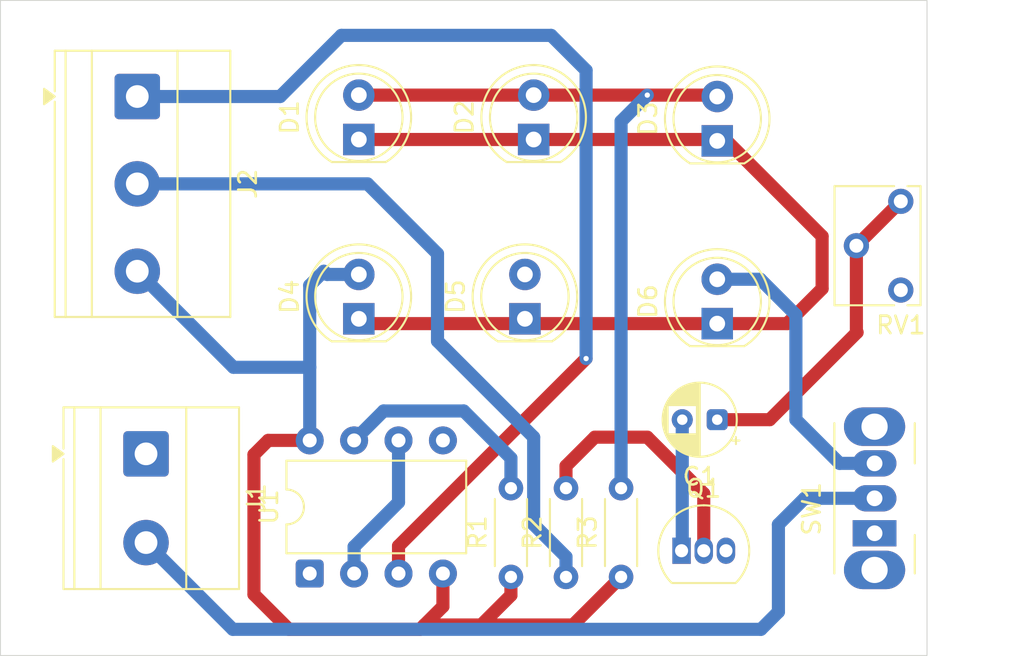
<source format=kicad_pcb>
(kicad_pcb (version 20241229) (generator "pcbnew") (generator_version "9.0")
  (layers (0 "F.Cu" signal) (2 "B.Cu" signal) (13 "F.Paste" user) (15 "B.Paste" user) (5 "F.SilkS" user "F.Silkscreen") (7 "B.SilkS" user "B.Silkscreen") (1 "F.Mask" user) (3 "B.Mask" user) (25 "Edge.Cuts" user))
  (net 0 "")
  (net 1 "GND")
  (net 2 "2,6")
  (net 3 "Net-(D1-A)")
  (net 4 "Net-(D1-K)")
  (net 5 "VCC")
  (net 6 "Net-(J1-Pin_2)")
  (net 7 "Net-(J2-Pin_1)")
  (net 8 "Net-(J2-Pin_2)")
  (net 9 "Net-(Q1-B)")
  (net 10 "7")
  (footprint "Button_Switch_THT:SW_Slide_SPDT_Angled_CK_OS102011MA1Q" (layer "F.Cu") (at 110.5 86 90)
    (property "Reference" "SW1" (at 1.4 -3.6 90) (layer "F.SilkS"))
    (property "Value" "SW_Push_SPDT")
    (fp_line (start -2.3 -2.3) (end 6.3 -2.3) (stroke (width 0.12)) (layer "F.SilkS"))
    (fp_line (start 4 2.3) (end 6.3 2.3) (stroke (width 0.12)) (layer "F.SilkS"))
    (fp_line (start -2.3 2.3) (end -0.1 2.3) (stroke (width 0.12)) (layer "F.SilkS"))
    (pad "" thru_hole oval (at -2.1 0 90) (size 2.2 3.5) (drill 1.5) (layers "*.Cu" "*.Mask"))
    (pad "" thru_hole oval (at 6.1 0 90) (size 2.2 3.5) (drill 1.5) (layers "*.Cu" "*.Mask"))
    (pad "1" thru_hole rect (at 0 0 90) (size 1.5 2.5) (drill 0.9) (layers "*.Cu" "*.Mask"))
    (pad "2" thru_hole oval (at 2 0 90) (size 1.5 2.5) (drill 0.9) (layers "*.Cu" "*.Mask") (net 6 "Net-(J1-Pin_2)"))
    (pad "3" thru_hole oval (at 4 0 90) (size 1.5 2.5) (drill 0.9) (layers "*.Cu" "*.Mask") (net 5 "VCC"))
  )
  (footprint "LED_THT:LED_D5.0mm" (layer "F.Cu") (at 101.5 74 90)
    (property "Reference" "D6" (at 1.27 -3.96 90) (layer "F.SilkS"))
    (property "Value" "LED")
    (fp_line (start -1.29 -1.545) (end -1.29 1.545) (stroke (width 0.12)) (layer "F.SilkS"))
    (fp_arc (start -1.29 -1.54483) (mid 2.071779 -2.880495) (end 4.26 0) (stroke (width 0.12)) (layer "F.SilkS"))
    (fp_arc (start 4.26 0) (mid 2.071779 2.880495) (end -1.29 1.54483) (stroke (width 0.12)) (layer "F.SilkS"))
    (fp_circle (center 1.27 0) (end 3.77 0) (stroke (width 0.12)) (fill no) (layer "F.SilkS"))
    (pad "1" thru_hole rect (at 0 0 90) (size 1.8 1.8) (drill 0.9) (layers "*.Cu" "*.Mask") (net 4 "Net-(D1-K)"))
    (pad "2" thru_hole circle (at 2.54 0 90) (size 1.8 1.8) (drill 0.9) (layers "*.Cu" "*.Mask") (net 5 "VCC"))
  )
  (footprint "TerminalBlock_Phoenix:TerminalBlock_Phoenix_MKDS-1,5-2-5.08_1x02_P5.08mm_Horizontal" (layer "F.Cu") (at 68.8275 81.455 -90)
    (property "Reference" "J1" (at 2.54 -6.32 90) (layer "F.SilkS"))
    (property "Value" "Screw_Terminal_01x02")
    (fp_line (start -2.66 4.72) (end -2.66 -5.32) (stroke (width 0.12)) (layer "F.SilkS"))
    (fp_line (start -0.3 4.72) (end -2.66 4.72) (stroke (width 0.12)) (layer "F.SilkS"))
    (fp_line (start 7.74 4.72) (end 0.3 4.72) (stroke (width 0.12)) (layer "F.SilkS"))
    (fp_line (start -2.66 4.1) (end 7.74 4.1) (stroke (width 0.12)) (layer "F.SilkS"))
    (fp_line (start -2.66 2.6) (end 7.74 2.6) (stroke (width 0.12)) (layer "F.SilkS"))
    (fp_line (start -2.66 -2.3) (end 7.74 -2.3) (stroke (width 0.12)) (layer "F.SilkS"))
    (fp_line (start -2.66 -5.32) (end 7.74 -5.32) (stroke (width 0.12)) (layer "F.SilkS"))
    (fp_line (start 7.74 -5.32) (end 7.74 4.72) (stroke (width 0.12)) (layer "F.SilkS"))
    (fp_poly (pts (xy 0 4.72) (xy 0.44 5.33) (xy -0.44 5.33)) (stroke (width 0.12)) (fill yes) (layer "F.SilkS"))
    (pad "1" thru_hole roundrect (at 0 0 270) (size 2.6 2.6) (drill 1.3) (layers "*.Cu" "*.Mask") (roundrect_rratio 0.096154) (net 1 "GND"))
    (pad "2" thru_hole circle (at 5.08 0 270) (size 2.6 2.6) (drill 1.3) (layers "*.Cu" "*.Mask") (net 6 "Net-(J1-Pin_2)"))
  )
  (footprint "Resistor_THT:R_Axial_DIN0204_L3.6mm_D1.6mm_P5.08mm_Horizontal" (layer "F.Cu") (at 89.7 88.5 90)
    (property "Reference" "R1" (at 2.54 -1.92 90) (layer "F.SilkS"))
    (property "Value" "R")
    (fp_line (start 0.62 -0.92) (end 4.46 -0.92) (stroke (width 0.12)) (layer "F.SilkS"))
    (fp_line (start 0.62 0.92) (end 4.46 0.92) (stroke (width 0.12)) (layer "F.SilkS"))
    (pad "1" thru_hole circle (at 0 0 90) (size 1.4 1.4) (drill 0.7) (layers "*.Cu" "*.Mask") (net 5 "VCC"))
    (pad "2" thru_hole circle (at 5.08 0 90) (size 1.4 1.4) (drill 0.7) (layers "*.Cu" "*.Mask") (net 10 "7"))
  )
  (footprint "Resistor_THT:R_Axial_DIN0204_L3.6mm_D1.6mm_P5.08mm_Horizontal" (layer "F.Cu") (at 92.85 88.5 90)
    (property "Reference" "R2" (at 2.54 -1.92 90) (layer "F.SilkS"))
    (property "Value" "R")
    (fp_line (start 0.62 -0.92) (end 4.46 -0.92) (stroke (width 0.12)) (layer "F.SilkS"))
    (fp_line (start 0.62 0.92) (end 4.46 0.92) (stroke (width 0.12)) (layer "F.SilkS"))
    (pad "1" thru_hole circle (at 0 0 90) (size 1.4 1.4) (drill 0.7) (layers "*.Cu" "*.Mask") (net 8 "Net-(J2-Pin_2)"))
    (pad "2" thru_hole circle (at 5.08 0 90) (size 1.4 1.4) (drill 0.7) (layers "*.Cu" "*.Mask") (net 9 "Net-(Q1-B)"))
  )
  (footprint "Potentiometer_THT:Potentiometer_Vishay_T73XX_Horizontal" (layer "F.Cu") (at 112 72.08 180)
    (property "Reference" "RV1" (at 0 -2.01 0) (layer "F.SilkS"))
    (property "Value" "R_Potentiometer")
    (fp_line (start 3.79 5.95) (end 0.382 5.95) (stroke (width 0.12)) (layer "F.SilkS"))
    (fp_line (start 3.79 -0.87) (end 3.79 5.95) (stroke (width 0.12)) (layer "F.SilkS"))
    (fp_line (start 0.382 -0.87) (end 3.79 -0.87) (stroke (width 0.12)) (layer "F.SilkS"))
    (fp_line (start -0.382 5.95) (end -1.13 5.95) (stroke (width 0.12)) (layer "F.SilkS"))
    (fp_line (start -1.13 5.95) (end -1.13 -0.87) (stroke (width 0.12)) (layer "F.SilkS"))
    (fp_line (start -1.13 -0.87) (end -0.382 -0.87) (stroke (width 0.12)) (layer "F.SilkS"))
    (pad "1" thru_hole circle (at 0 0 180) (size 1.44 1.44) (drill 0.8) (layers "*.Cu" "*.Mask") (net 10 "7"))
    (pad "2" thru_hole circle (at 2.54 2.54 180) (size 1.44 1.44) (drill 0.8) (layers "*.Cu" "*.Mask") (net 2 "2,6"))
    (pad "3" thru_hole circle (at 0 5.08 180) (size 1.44 1.44) (drill 0.8) (layers "*.Cu" "*.Mask") (net 2 "2,6"))
  )
  (footprint "LED_THT:LED_D5.0mm" (layer "F.Cu") (at 90.5 73.725 90)
    (property "Reference" "D5" (at 1.27 -3.96 90) (layer "F.SilkS"))
    (property "Value" "LED")
    (fp_line (start -1.29 -1.545) (end -1.29 1.545) (stroke (width 0.12)) (layer "F.SilkS"))
    (fp_arc (start -1.29 -1.54483) (mid 2.071779 -2.880495) (end 4.26 0) (stroke (width 0.12)) (layer "F.SilkS"))
    (fp_arc (start 4.26 0) (mid 2.071779 2.880495) (end -1.29 1.54483) (stroke (width 0.12)) (layer "F.SilkS"))
    (fp_circle (center 1.27 0) (end 3.77 0) (stroke (width 0.12)) (fill no) (layer "F.SilkS"))
    (pad "1" thru_hole rect (at 0 0 90) (size 1.8 1.8) (drill 0.9) (layers "*.Cu" "*.Mask") (net 4 "Net-(D1-K)"))
    (pad "2" thru_hole circle (at 2.54 0 90) (size 1.8 1.8) (drill 0.9) (layers "*.Cu" "*.Mask") (net 5 "VCC"))
  )
  (footprint "Package_TO_SOT_THT:TO-92_Inline" (layer "F.Cu") (at 99.46 87)
    (property "Reference" "Q1" (at 1.27 -3.56 0) (layer "F.SilkS"))
    (property "Value" "2N3904")
    (fp_line (start -0.53 1.85) (end 3.07 1.85) (stroke (width 0.12)) (layer "F.SilkS"))
    (fp_arc (start -0.568478 1.838478) (mid -1.132087 -0.994977) (end 1.27 -2.6) (stroke (width 0.12)) (layer "F.SilkS"))
    (fp_arc (start 1.27 -2.6) (mid 3.672087 -0.994977) (end 3.108478 1.838478) (stroke (width 0.12)) (layer "F.SilkS"))
    (pad "1" thru_hole rect (at 0 0) (size 1.05 1.5) (drill 0.75) (layers "*.Cu" "*.Mask") (net 1 "GND"))
    (pad "2" thru_hole oval (at 1.27 0) (size 1.05 1.5) (drill 0.75) (layers "*.Cu" "*.Mask") (net 9 "Net-(Q1-B)"))
    (pad "3" thru_hole oval (at 2.54 0) (size 1.05 1.5) (drill 0.75) (layers "*.Cu" "*.Mask") (net 4 "Net-(D1-K)"))
  )
  (footprint "Capacitor_THT:CP_Radial_D4.0mm_P2.00mm" (layer "F.Cu") (at 101.5 79.5 180)
    (property "Reference" "C1" (at 1 -3.25 0) (layer "F.SilkS"))
    (property "Value" "C_Polarized")
    (fp_line (start 3.08 -0.37) (end 3.08 0.37) (stroke (width 0.12)) (layer "F.SilkS"))
    (fp_line (start 3.04 -0.537) (end 3.04 0.537) (stroke (width 0.12)) (layer "F.SilkS"))
    (fp_line (start 3 -0.663) (end 3 0.663) (stroke (width 0.12)) (layer "F.SilkS"))
    (fp_line (start 2.96 -0.768) (end 2.96 0.768) (stroke (width 0.12)) (layer "F.SilkS"))
    (fp_line (start 2.92 -0.859) (end 2.92 0.859) (stroke (width 0.12)) (layer "F.SilkS"))
    (fp_line (start 2.88 -0.94) (end 2.88 0.94) (stroke (width 0.12)) (layer "F.SilkS"))
    (fp_line (start 2.84 -1.013) (end 2.84 1.013) (stroke (width 0.12)) (layer "F.SilkS"))
    (fp_line (start 2.8 0.84) (end 2.8 1.08) (stroke (width 0.12)) (layer "F.SilkS"))
    (fp_line (start 2.8 -1.08) (end 2.8 -0.84) (stroke (width 0.12)) (layer "F.SilkS"))
    (fp_line (start 2.76 0.84) (end 2.76 1.142) (stroke (width 0.12)) (layer "F.SilkS"))
    (fp_line (start 2.76 -1.142) (end 2.76 -0.84) (stroke (width 0.12)) (layer "F.SilkS"))
    (fp_line (start 2.72 0.84) (end 2.72 1.199) (stroke (width 0.12)) (layer "F.SilkS"))
    (fp_line (start 2.72 -1.199) (end 2.72 -0.84) (stroke (width 0.12)) (layer "F.SilkS"))
    (fp_line (start 2.68 0.84) (end 2.68 1.253) (stroke (width 0.12)) (layer "F.SilkS"))
    (fp_line (start 2.68 -1.253) (end 2.68 -0.84) (stroke (width 0.12)) (layer "F.SilkS"))
    (fp_line (start 2.64 0.84) (end 2.64 1.303) (stroke (width 0.12)) (layer "F.SilkS"))
    (fp_line (start 2.64 -1.303) (end 2.64 -0.84) (stroke (width 0.12)) (layer "F.SilkS"))
    (fp_line (start 2.6 0.84) (end 2.6 1.351) (stroke (width 0.12)) (layer "F.SilkS"))
    (fp_line (start 2.6 -1.351) (end 2.6 -0.84) (stroke (width 0.12)) (layer "F.SilkS"))
    (fp_line (start 2.56 0.84) (end 2.56 1.396) (stroke (width 0.12)) (layer "F.SilkS"))
    (fp_line (start 2.56 -1.396) (end 2.56 -0.84) (stroke (width 0.12)) (layer "F.SilkS"))
    (fp_line (start 2.52 0.84) (end 2.52 1.438) (stroke (width 0.12)) (layer "F.SilkS"))
    (fp_line (start 2.52 -1.438) (end 2.52 -0.84) (stroke (width 0.12)) (layer "F.SilkS"))
    (fp_line (start 2.48 0.84) (end 2.48 1.478) (stroke (width 0.12)) (layer "F.SilkS"))
    (fp_line (start 2.48 -1.478) (end 2.48 -0.84) (stroke (width 0.12)) (layer "F.SilkS"))
    (fp_line (start 2.44 0.84) (end 2.44 1.516) (stroke (width 0.12)) (layer "F.SilkS"))
    (fp_line (start 2.44 -1.516) (end 2.44 -0.84) (stroke (width 0.12)) (layer "F.SilkS"))
    (fp_line (start 2.4 0.84) (end 2.4 1.552) (stroke (width 0.12)) (layer "F.SilkS"))
    (fp_line (start 2.4 -1.552) (end 2.4 -0.84) (stroke (width 0.12)) (layer "F.SilkS"))
    (fp_line (start 2.36 0.84) (end 2.36 1.586) (stroke (width 0.12)) (layer "F.SilkS"))
    (fp_line (start 2.36 -1.586) (end 2.36 -0.84) (stroke (width 0.12)) (layer "F.SilkS"))
    (fp_line (start 2.32 0.84) (end 2.32 1.619) (stroke (width 0.12)) (layer "F.SilkS"))
    (fp_line (start 2.32 -1.619) (end 2.32 -0.84) (stroke (width 0.12)) (layer "F.SilkS"))
    (fp_line (start 2.28 0.84) (end 2.28 1.65) (stroke (width 0.12)) (layer "F.SilkS"))
    (fp_line (start 2.28 -1.65) (end 2.28 -0.84) (stroke (width 0.12)) (layer "F.SilkS"))
    (fp_line (start 2.24 0.84) (end 2.24 1.68) (stroke (width 0.12)) (layer "F.SilkS"))
    (fp_line (start 2.24 -1.68) (end 2.24 -0.84) (stroke (width 0.12)) (layer "F.SilkS"))
    (fp_line (start 2.2 0.84) (end 2.2 1.708) (stroke (width 0.12)) (layer "F.SilkS"))
    (fp_line (start 2.2 -1.708) (end 2.2 -0.84) (stroke (width 0.12)) (layer "F.SilkS"))
    (fp_line (start 2.16 0.84) (end 2.16 1.734) (stroke (width 0.12)) (layer "F.SilkS"))
    (fp_line (start 2.16 -1.734) (end 2.16 -0.84) (stroke (width 0.12)) (layer "F.SilkS"))
    (fp_line (start 2.12 0.84) (end 2.12 1.76) (stroke (width 0.12)) (layer "F.SilkS"))
    (fp_line (start 2.12 -1.76) (end 2.12 -0.84) (stroke (width 0.12)) (layer "F.SilkS"))
    (fp_line (start 2.08 0.84) (end 2.08 1.784) (stroke (width 0.12)) (layer "F.SilkS"))
    (fp_line (start 2.08 -1.784) (end 2.08 -0.84) (stroke (width 0.12)) (layer "F.SilkS"))
    (fp_line (start 2.04 0.84) (end 2.04 1.807) (stroke (width 0.12)) (layer "F.SilkS"))
    (fp_line (start 2.04 -1.807) (end 2.04 -0.84) (stroke (width 0.12)) (layer "F.SilkS"))
    (fp_line (start 2 0.84) (end 2 1.829) (stroke (width 0.12)) (layer "F.SilkS"))
    (fp_line (start 2 -1.829) (end 2 -0.84) (stroke (width 0.12)) (layer "F.SilkS"))
    (fp_line (start 1.96 0.84) (end 1.96 1.85) (stroke (width 0.12)) (layer "F.SilkS"))
    (fp_line (start 1.96 -1.85) (end 1.96 -0.84) (stroke (width 0.12)) (layer "F.SilkS"))
    (fp_line (start 1.92 0.84) (end 1.92 1.87) (stroke (width 0.12)) (layer "F.SilkS"))
    (fp_line (start 1.92 -1.87) (end 1.92 -0.84) (stroke (width 0.12)) (layer "F.SilkS"))
    (fp_line (start 1.88 0.84) (end 1.88 1.889) (stroke (width 0.12)) (layer "F.SilkS"))
    (fp_line (start 1.88 -1.889) (end 1.88 -0.84) (stroke (width 0.12)) (layer "F.SilkS"))
    (fp_line (start 1.84 0.84) (end 1.84 1.906) (stroke (width 0.12)) (layer "F.SilkS"))
    (fp_line (start 1.84 -1.906) (end 1.84 -0.84) (stroke (width 0.12)) (layer "F.SilkS"))
    (fp_line (start 1.8 0.84) (end 1.8 1.923) (stroke (width 0.12)) (layer "F.SilkS"))
    (fp_line (start 1.8 -1.923) (end 1.8 -0.84) (stroke (width 0.12)) (layer "F.SilkS"))
    (fp_line (start 1.76 0.84) (end 1.76 1.939) (stroke (width 0.12)) (layer "F.SilkS"))
    (fp_line (start 1.76 -1.939) (end 1.76 -0.84) (stroke (width 0.12)) (layer "F.SilkS"))
    (fp_line (start 1.72 0.84) (end 1.72 1.954) (stroke (width 0.12)) (layer "F.SilkS"))
    (fp_line (start 1.72 -1.954) (end 1.72 -0.84) (stroke (width 0.12)) (layer "F.SilkS"))
    (fp_line (start 1.68 0.84) (end 1.68 1.968) (stroke (width 0.12)) (layer "F.SilkS"))
    (fp_line (start 1.68 -1.968) (end 1.68 -0.84) (stroke (width 0.12)) (layer "F.SilkS"))
    (fp_line (start 1.64 0.84) (end 1.64 1.981) (stroke (width 0.12)) (layer "F.SilkS"))
    (fp_line (start 1.64 -1.981) (end 1.64 -0.84) (stroke (width 0.12)) (layer "F.SilkS"))
    (fp_line (start 1.6 0.84) (end 1.6 1.993) (stroke (width 0.12)) (layer "F.SilkS"))
    (fp_line (start 1.6 -1.993) (end 1.6 -0.84) (stroke (width 0.12)) (layer "F.SilkS"))
    (fp_line (start 1.56 0.84) (end 1.56 2.005) (stroke (width 0.12)) (layer "F.SilkS"))
    (fp_line (start 1.56 -2.005) (end 1.56 -0.84) (stroke (width 0.12)) (layer "F.SilkS"))
    (fp_line (start 1.52 0.84) (end 1.52 2.015) (stroke (width 0.12)) (layer "F.SilkS"))
    (fp_line (start 1.52 -2.015) (end 1.52 -0.84) (stroke (width 0.12)) (layer "F.SilkS"))
    (fp_line (start 1.48 0.84) (end 1.48 2.025) (stroke (width 0.12)) (layer "F.SilkS"))
    (fp_line (start 1.48 -2.025) (end 1.48 -0.84) (stroke (width 0.12)) (layer "F.SilkS"))
    (fp_line (start 1.44 0.84) (end 1.44 2.034) (stroke (width 0.12)) (layer "F.SilkS"))
    (fp_line (start 1.44 -2.034) (end 1.44 -0.84) (stroke (width 0.12)) (layer "F.SilkS"))
    (fp_line (start 1.4 0.84) (end 1.4 2.042) (stroke (width 0.12)) (layer "F.SilkS"))
    (fp_line (start 1.4 -2.042) (end 1.4 -0.84) (stroke (width 0.12)) (layer "F.SilkS"))
    (fp_line (start 1.36 0.84) (end 1.36 2.049) (stroke (width 0.12)) (layer "F.SilkS"))
    (fp_line (start 1.36 -2.049) (end 1.36 -0.84) (stroke (width 0.12)) (layer "F.SilkS"))
    (fp_line (start 1.32 0.84) (end 1.32 2.056) (stroke (width 0.12)) (layer "F.SilkS"))
    (fp_line (start 1.32 -2.056) (end 1.32 -0.84) (stroke (width 0.12)) (layer "F.SilkS"))
    (fp_line (start 1.28 0.84) (end 1.28 2.061) (stroke (width 0.12)) (layer "F.SilkS"))
    (fp_line (start 1.28 -2.061) (end 1.28 -0.84) (stroke (width 0.12)) (layer "F.SilkS"))
    (fp_line (start 1.24 0.84) (end 1.24 2.066) (stroke (width 0.12)) (layer "F.SilkS"))
    (fp_line (start 1.24 -2.066) (end 1.24 -0.84) (stroke (width 0.12)) (layer "F.SilkS"))
    (fp_line (start 1.2 0.84) (end 1.2 2.071) (stroke (width 0.12)) (layer "F.SilkS"))
    (fp_line (start 1.2 -2.071) (end 1.2 -0.84) (stroke (width 0.12)) (layer "F.SilkS"))
    (fp_line (start 1.16 -2.074) (end 1.16 2.074) (stroke (width 0.12)) (layer "F.SilkS"))
    (fp_line (start 1.12 -2.077) (end 1.12 2.077) (stroke (width 0.12)) (layer "F.SilkS"))
    (fp_line (start 1.08 -2.078) (end 1.08 2.078) (stroke (width 0.12)) (layer "F.SilkS"))
    (fp_line (start 1.04 -2.08) (end 1.04 2.08) (stroke (width 0.12)) (layer "F.SilkS"))
    (fp_line (start 1 -2.08) (end 1 2.08) (stroke (width 0.12)) (layer "F.SilkS"))
    (fp_line (start -1.069801 -1.395) (end -1.069801 -0.995) (stroke (width 0.12)) (layer "F.SilkS"))
    (fp_line (start -1.269801 -1.195) (end -0.869801 -1.195) (stroke (width 0.12)) (layer "F.SilkS"))
    (fp_circle (center 1 0) (end 3.12 0) (stroke (width 0.12)) (fill no) (layer "F.SilkS"))
    (pad "1" thru_hole roundrect (at 0 0 180) (size 1.2 1.2) (drill 0.6) (layers "*.Cu" "*.Mask") (roundrect_rratio 0.208333) (net 2 "2,6"))
    (pad "2" thru_hole circle (at 2 0 180) (size 1.2 1.2) (drill 0.6) (layers "*.Cu" "*.Mask") (net 1 "GND"))
  )
  (footprint "LED_THT:LED_D5.0mm" (layer "F.Cu") (at 81 63.46 90)
    (property "Reference" "D1" (at 1.27 -3.96 90) (layer "F.SilkS"))
    (property "Value" "LED")
    (fp_line (start -1.29 -1.545) (end -1.29 1.545) (stroke (width 0.12)) (layer "F.SilkS"))
    (fp_arc (start -1.29 -1.54483) (mid 2.071779 -2.880495) (end 4.26 0) (stroke (width 0.12)) (layer "F.SilkS"))
    (fp_arc (start 4.26 0) (mid 2.071779 2.880495) (end -1.29 1.54483) (stroke (width 0.12)) (layer "F.SilkS"))
    (fp_circle (center 1.27 0) (end 3.77 0) (stroke (width 0.12)) (fill no) (layer "F.SilkS"))
    (pad "1" thru_hole rect (at 0 0 90) (size 1.8 1.8) (drill 0.9) (layers "*.Cu" "*.Mask") (net 4 "Net-(D1-K)"))
    (pad "2" thru_hole circle (at 2.54 0 90) (size 1.8 1.8) (drill 0.9) (layers "*.Cu" "*.Mask") (net 3 "Net-(D1-A)"))
  )
  (footprint "Resistor_THT:R_Axial_DIN0204_L3.6mm_D1.6mm_P5.08mm_Horizontal" (layer "F.Cu") (at 96 88.5 90)
    (property "Reference" "R3" (at 2.54 -1.92 90) (layer "F.SilkS"))
    (property "Value" "R")
    (fp_line (start 0.62 -0.92) (end 4.46 -0.92) (stroke (width 0.12)) (layer "F.SilkS"))
    (fp_line (start 0.62 0.92) (end 4.46 0.92) (stroke (width 0.12)) (layer "F.SilkS"))
    (pad "1" thru_hole circle (at 0 0 90) (size 1.4 1.4) (drill 0.7) (layers "*.Cu" "*.Mask") (net 5 "VCC"))
    (pad "2" thru_hole circle (at 5.08 0 90) (size 1.4 1.4) (drill 0.7) (layers "*.Cu" "*.Mask") (net 3 "Net-(D1-A)"))
  )
  (footprint "LED_THT:LED_D5.0mm" (layer "F.Cu") (at 81 73.725 90)
    (property "Reference" "D4" (at 1.27 -3.96 90) (layer "F.SilkS"))
    (property "Value" "LED")
    (fp_line (start -1.29 -1.545) (end -1.29 1.545) (stroke (width 0.12)) (layer "F.SilkS"))
    (fp_arc (start -1.29 -1.54483) (mid 2.071779 -2.880495) (end 4.26 0) (stroke (width 0.12)) (layer "F.SilkS"))
    (fp_arc (start 4.26 0) (mid 2.071779 2.880495) (end -1.29 1.54483) (stroke (width 0.12)) (layer "F.SilkS"))
    (fp_circle (center 1.27 0) (end 3.77 0) (stroke (width 0.12)) (fill no) (layer "F.SilkS"))
    (pad "1" thru_hole rect (at 0 0 90) (size 1.8 1.8) (drill 0.9) (layers "*.Cu" "*.Mask") (net 4 "Net-(D1-K)"))
    (pad "2" thru_hole circle (at 2.54 0 90) (size 1.8 1.8) (drill 0.9) (layers "*.Cu" "*.Mask") (net 5 "VCC"))
  )
  (footprint "Package_DIP:DIP-8_W7.62mm" (layer "F.Cu") (at 78.19 88.305 90)
    (property "Reference" "U1" (at 3.81 -2.33 90) (layer "F.SilkS"))
    (property "Value" "NE555P")
    (fp_line (start 6.46 -1.33) (end 4.81 -1.33) (stroke (width 0.12)) (layer "F.SilkS"))
    (fp_line (start 2.81 -1.33) (end 1.16 -1.33) (stroke (width 0.12)) (layer "F.SilkS"))
    (fp_line (start 1.16 -1.33) (end 1.16 8.95) (stroke (width 0.12)) (layer "F.SilkS"))
    (fp_line (start 6.46 8.95) (end 6.46 -1.33) (stroke (width 0.12)) (layer "F.SilkS"))
    (fp_line (start 1.16 8.95) (end 6.46 8.95) (stroke (width 0.12)) (layer "F.SilkS"))
    (fp_arc (start 4.81 -1.33) (mid 3.81 -0.33) (end 2.81 -1.33) (stroke (width 0.12)) (layer "F.SilkS"))
    (pad "1" thru_hole roundrect (at 0 0 90) (size 1.6 1.6) (drill 0.8) (layers "*.Cu" "*.Mask") (roundrect_rratio 0.15625) (net 1 "GND"))
    (pad "2" thru_hole circle (at 0 2.54 90) (size 1.6 1.6) (drill 0.8) (layers "*.Cu" "*.Mask") (net 2 "2,6"))
    (pad "3" thru_hole circle (at 0 5.08 90) (size 1.6 1.6) (drill 0.8) (layers "*.Cu" "*.Mask") (net 7 "Net-(J2-Pin_1)"))
    (pad "4" thru_hole circle (at 0 7.62 90) (size 1.6 1.6) (drill 0.8) (layers "*.Cu" "*.Mask") (net 5 "VCC"))
    (pad "5" thru_hole circle (at 7.62 7.62 90) (size 1.6 1.6) (drill 0.8) (layers "*.Cu" "*.Mask"))
    (pad "6" thru_hole circle (at 7.62 5.08 90) (size 1.6 1.6) (drill 0.8) (layers "*.Cu" "*.Mask") (net 2 "2,6"))
    (pad "7" thru_hole circle (at 7.62 2.54 90) (size 1.6 1.6) (drill 0.8) (layers "*.Cu" "*.Mask") (net 10 "7"))
    (pad "8" thru_hole circle (at 7.62 0 90) (size 1.6 1.6) (drill 0.8) (layers "*.Cu" "*.Mask") (net 5 "VCC"))
  )
  (footprint "TerminalBlock_Phoenix:TerminalBlock_Phoenix_MKDS-1,5-3_1x03_P5.00mm_Horizontal" (layer "F.Cu") (at 68.3275 61 -90)
    (property "Reference" "J2" (at 5 -6.32 90) (layer "F.SilkS"))
    (property "Value" "Screw_Terminal_01x03")
    (fp_line (start -2.62 4.72) (end -2.62 -5.32) (stroke (width 0.12)) (layer "F.SilkS"))
    (fp_line (start -0.3 4.72) (end -2.62 4.72) (stroke (width 0.12)) (layer "F.SilkS"))
    (fp_line (start 12.62 4.72) (end 0.3 4.72) (stroke (width 0.12)) (layer "F.SilkS"))
    (fp_line (start -2.62 4.1) (end 12.62 4.1) (stroke (width 0.12)) (layer "F.SilkS"))
    (fp_line (start -2.62 2.6) (end 12.62 2.6) (stroke (width 0.12)) (layer "F.SilkS"))
    (fp_line (start -2.62 -2.3) (end 12.62 -2.3) (stroke (width 0.12)) (layer "F.SilkS"))
    (fp_line (start -2.62 -5.32) (end 12.62 -5.32) (stroke (width 0.12)) (layer "F.SilkS"))
    (fp_line (start 12.62 -5.32) (end 12.62 4.72) (stroke (width 0.12)) (layer "F.SilkS"))
    (fp_poly (pts (xy 0 4.72) (xy 0.44 5.33) (xy -0.44 5.33)) (stroke (width 0.12)) (fill yes) (layer "F.SilkS"))
    (pad "1" thru_hole roundrect (at 0 0 270) (size 2.6 2.6) (drill 1.3) (layers "*.Cu" "*.Mask") (roundrect_rratio 0.096154) (net 7 "Net-(J2-Pin_1)"))
    (pad "2" thru_hole circle (at 5 0 270) (size 2.6 2.6) (drill 1.3) (layers "*.Cu" "*.Mask") (net 8 "Net-(J2-Pin_2)"))
    (pad "3" thru_hole circle (at 10 0 270) (size 2.6 2.6) (drill 1.3) (layers "*.Cu" "*.Mask") (net 5 "VCC"))
  )
  (footprint "LED_THT:LED_D5.0mm" (layer "F.Cu") (at 101.5 63.54 90)
    (property "Reference" "D3" (at 1.27 -3.96 90) (layer "F.SilkS"))
    (property "Value" "LED")
    (fp_line (start -1.29 -1.545) (end -1.29 1.545) (stroke (width 0.12)) (layer "F.SilkS"))
    (fp_arc (start -1.29 -1.54483) (mid 2.071779 -2.880495) (end 4.26 0) (stroke (width 0.12)) (layer "F.SilkS"))
    (fp_arc (start 4.26 0) (mid 2.071779 2.880495) (end -1.29 1.54483) (stroke (width 0.12)) (layer "F.SilkS"))
    (fp_circle (center 1.27 0) (end 3.77 0) (stroke (width 0.12)) (fill no) (layer "F.SilkS"))
    (pad "1" thru_hole rect (at 0 0 90) (size 1.8 1.8) (drill 0.9) (layers "*.Cu" "*.Mask") (net 4 "Net-(D1-K)"))
    (pad "2" thru_hole circle (at 2.54 0 90) (size 1.8 1.8) (drill 0.9) (layers "*.Cu" "*.Mask") (net 3 "Net-(D1-A)"))
  )
  (footprint "LED_THT:LED_D5.0mm" (layer "F.Cu") (at 91 63.46 90)
    (property "Reference" "D2" (at 1.27 -3.96 90) (layer "F.SilkS"))
    (property "Value" "LED")
    (fp_line (start -1.29 -1.545) (end -1.29 1.545) (stroke (width 0.12)) (layer "F.SilkS"))
    (fp_arc (start -1.29 -1.54483) (mid 2.071779 -2.880495) (end 4.26 0) (stroke (width 0.12)) (layer "F.SilkS"))
    (fp_arc (start 4.26 0) (mid 2.071779 2.880495) (end -1.29 1.54483) (stroke (width 0.12)) (layer "F.SilkS"))
    (fp_circle (center 1.27 0) (end 3.77 0) (stroke (width 0.12)) (fill no) (layer "F.SilkS"))
    (pad "1" thru_hole rect (at 0 0 90) (size 1.8 1.8) (drill 0.9) (layers "*.Cu" "*.Mask") (net 4 "Net-(D1-K)"))
    (pad "2" thru_hole circle (at 2.54 0 90) (size 1.8 1.8) (drill 0.9) (layers "*.Cu" "*.Mask") (net 3 "Net-(D1-A)"))
  )
  (gr_rect (start 60.5 55.5) (end 113.5 93) (stroke (width 0.05)) (fill no) (layer "Edge.Cuts"))
  (segment (start 99.5 86.96) (end 99.46 87) (width 0.75) (layer "B.Cu") (net 1))
  (segment (start 78.19 88.305) (end 77.805 88.305) (width 0.75) (layer "B.Cu") (net 1))
  (segment (start 99.5 79.5) (end 99.5 86.96) (width 0.75) (layer "B.Cu") (net 1))
  (segment (start 109.5 74.5) (end 109.46 74.46) (width 0.75) (layer "F.Cu") (net 2))
  (segment (start 109.46 69.54) (end 112 67) (width 0.75) (layer "F.Cu") (net 2))
  (segment (start 109.46 74.46) (end 109.46 69.54) (width 0.75) (layer "F.Cu") (net 2))
  (segment (start 104.5 79.5) (end 109.5 74.5) (width 0.75) (layer "F.Cu") (net 2))
  (segment (start 101.5 79.5) (end 104.5 79.5) (width 0.75) (layer "F.Cu") (net 2))
  (segment (start 80.73 88.305) (end 80.73 86.77) (width 0.75) (layer "B.Cu") (net 2))
  (segment (start 83.27 84.23) (end 83.27 80.685) (width 0.75) (layer "B.Cu") (net 2))
  (segment (start 80.73 86.77) (end 83.27 84.23) (width 0.75) (layer "B.Cu") (net 2))
  (segment (start 101.42 60.92) (end 101.5 61) (width 0.75) (layer "F.Cu") (net 3))
  (segment (start 81 60.92) (end 97.5 60.92) (width 0.75) (layer "F.Cu") (net 3))
  (segment (start 97.5 60.92) (end 101.42 60.92) (width 0.75) (layer "F.Cu") (net 3))
  (segment (start 96 83.42) (end 96 83) (width 0.75) (layer "F.Cu") (net 3))
  (via (at 97.5 60.92) (size 0.6) (drill 0.3) (layers "F.Cu" "B.Cu") (net 3))
  (segment (start 96 83.42) (end 96 62.42) (width 0.75) (layer "B.Cu") (net 3))
  (segment (start 96 62.42) (end 97.5 60.92) (width 0.75) (layer "B.Cu") (net 3))
  (segment (start 101.5 63.54) (end 102.04 63.54) (width 0.75) (layer "F.Cu") (net 4))
  (segment (start 101.42 63.46) (end 101.5 63.54) (width 0.75) (layer "F.Cu") (net 4))
  (segment (start 107.5 72) (end 105.5 74) (width 0.75) (layer "F.Cu") (net 4))
  (segment (start 107.5 69) (end 107.5 72) (width 0.75) (layer "F.Cu") (net 4))
  (segment (start 102.04 63.54) (end 107.5 69) (width 0.75) (layer "F.Cu") (net 4))
  (segment (start 81.275 74) (end 81 73.725) (width 0.75) (layer "F.Cu") (net 4))
  (segment (start 81 63.46) (end 101.42 63.46) (width 0.75) (layer "F.Cu") (net 4))
  (segment (start 105.5 74) (end 101.5 74) (width 0.75) (layer "F.Cu") (net 4))
  (segment (start 101.5 74) (end 81.275 74) (width 0.75) (layer "F.Cu") (net 4))
  (segment (start 75 81.5) (end 75.815 80.685) (width 0.75) (layer "F.Cu") (net 5))
  (segment (start 89.7 88.5) (end 89.7 89.55) (width 0.75) (layer "F.Cu") (net 5))
  (segment (start 75.815 80.685) (end 78.19 80.685) (width 0.75) (layer "F.Cu") (net 5))
  (segment (start 88 91.25) (end 84.75 91.25) (width 0.75) (layer "F.Cu") (net 5))
  (segment (start 84.5 91.5) (end 77 91.5) (width 0.75) (layer "F.Cu") (net 5))
  (segment (start 75 89.5) (end 75 81.5) (width 0.75) (layer "F.Cu") (net 5))
  (segment (start 85.81 90.19) (end 84.75 91.25) (width 0.75) (layer "F.Cu") (net 5))
  (segment (start 89.7 89.55) (end 88 91.25) (width 0.75) (layer "F.Cu") (net 5))
  (segment (start 85.81 88.305) (end 85.81 90.19) (width 0.75) (layer "F.Cu") (net 5))
  (segment (start 77 91.5) (end 75 89.5) (width 0.75) (layer "F.Cu") (net 5))
  (segment (start 93.25 91.25) (end 88 91.25) (width 0.75) (layer "F.Cu") (net 5))
  (segment (start 96 88.5) (end 93.25 91.25) (width 0.75) (layer "F.Cu") (net 5))
  (segment (start 84.75 91.25) (end 84.5 91.5) (width 0.75) (layer "F.Cu") (net 5))
  (segment (start 79.185 71.185) (end 81 71.185) (width 0.75) (layer "B.Cu") (net 5))
  (segment (start 106 79.5) (end 106 73.5) (width 0.75) (layer "B.Cu") (net 5))
  (segment (start 110.5 82) (end 108.5 82) (width 0.75) (layer "B.Cu") (net 5))
  (segment (start 103.96 71.46) (end 101.5 71.46) (width 0.75) (layer "B.Cu") (net 5))
  (segment (start 79 71) (end 79.185 71.185) (width 0.75) (layer "B.Cu") (net 5))
  (segment (start 78.19 80.685) (end 78.19 76.5) (width 0.75) (layer "B.Cu") (net 5))
  (segment (start 108.5 82) (end 106 79.5) (width 0.75) (layer "B.Cu") (net 5))
  (segment (start 68.3275 71) (end 73.8275 76.5) (width 0.75) (layer "B.Cu") (net 5))
  (segment (start 78.19 76.5) (end 78.19 71.81) (width 0.75) (layer "B.Cu") (net 5))
  (segment (start 106 73.5) (end 103.96 71.46) (width 0.75) (layer "B.Cu") (net 5))
  (segment (start 78.19 71.81) (end 79 71) (width 0.75) (layer "B.Cu") (net 5))
  (segment (start 73.8275 76.5) (end 78.19 76.5) (width 0.75) (layer "B.Cu") (net 5))
  (segment (start 73.7925 91.5) (end 104 91.5) (width 0.75) (layer "B.Cu") (net 6))
  (segment (start 105 85.5) (end 106.5 84) (width 0.75) (layer "B.Cu") (net 6))
  (segment (start 68.8275 86.535) (end 73.7925 91.5) (width 0.75) (layer "B.Cu") (net 6))
  (segment (start 105 90.5) (end 105 85.5) (width 0.75) (layer "B.Cu") (net 6))
  (segment (start 106.5 84) (end 110.5 84) (width 0.75) (layer "B.Cu") (net 6))
  (segment (start 104 91.5) (end 105 90.5) (width 0.75) (layer "B.Cu") (net 6))
  (segment (start 83.27 88.305) (end 83.27 86.73) (width 0.75) (layer "F.Cu") (net 7))
  (segment (start 83.27 86.73) (end 94 76) (width 0.75) (layer "F.Cu") (net 7))
  (via (at 94 76) (size 0.6) (drill 0.3) (layers "F.Cu" "B.Cu") (net 7))
  (segment (start 94 76) (end 94 59.5) (width 0.75) (layer "B.Cu") (net 7))
  (segment (start 68.3275 61) (end 76.5 61) (width 0.75) (layer "B.Cu") (net 7))
  (segment (start 80 57.5) (end 92 57.5) (width 0.75) (layer "B.Cu") (net 7))
  (segment (start 94 59.5) (end 92 57.5) (width 0.75) (layer "B.Cu") (net 7))
  (segment (start 76.5 61) (end 80 57.5) (width 0.75) (layer "B.Cu") (net 7))
  (segment (start 91 80.5) (end 85.5 75) (width 0.75) (layer "B.Cu") (net 8))
  (segment (start 85.5 70) (end 81.5 66) (width 0.75) (layer "B.Cu") (net 8))
  (segment (start 85.5 75) (end 85.5 70) (width 0.75) (layer "B.Cu") (net 8))
  (segment (start 91 85.5) (end 91 80.5) (width 0.75) (layer "B.Cu") (net 8))
  (segment (start 92.85 87.35) (end 91 85.5) (width 0.75) (layer "B.Cu") (net 8))
  (segment (start 81.5 66) (end 68.3275 66) (width 0.75) (layer "B.Cu") (net 8))
  (segment (start 92.85 88.5) (end 92.85 87.35) (width 0.75) (layer "B.Cu") (net 8))
  (segment (start 92.85 82.15) (end 94.5 80.5) (width 0.75) (layer "F.Cu") (net 9))
  (segment (start 92.85 83.42) (end 92.85 82.15) (width 0.75) (layer "F.Cu") (net 9))
  (segment (start 100.73 83.73) (end 100.73 87) (width 0.75) (layer "F.Cu") (net 9))
  (segment (start 97.5 80.5) (end 100.73 83.73) (width 0.75) (layer "F.Cu") (net 9))
  (segment (start 94.5 80.5) (end 97.5 80.5) (width 0.75) (layer "F.Cu") (net 9))
  (segment (start 89.7 83.42) (end 89.7 81.7) (width 0.75) (layer "B.Cu") (net 10))
  (segment (start 80.73 80.685) (end 82.415 79) (width 0.75) (layer "B.Cu") (net 10))
  (segment (start 89.7 81.7) (end 87 79) (width 0.75) (layer "B.Cu") (net 10))
  (segment (start 82.415 79) (end 87 79) (width 0.75) (layer "B.Cu") (net 10))
)
</source>
